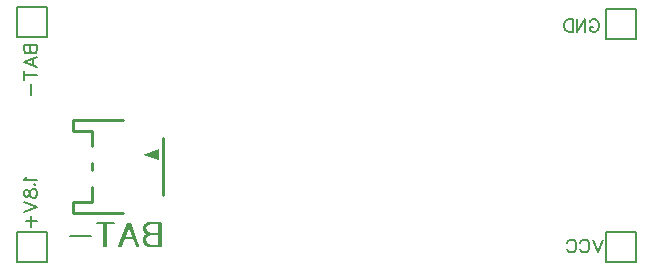
<source format=gbo>
G04 Layer: BottomSilkscreenLayer*
G04 EasyEDA v6.5.42, 2024-05-27 16:03:50*
G04 5a823164b2b14e8aa45e0a56d25f44cb,4b06660695a64fe3bf0f4e1e846abbee,10*
G04 Gerber Generator version 0.2*
G04 Scale: 100 percent, Rotated: No, Reflected: No *
G04 Dimensions in millimeters *
G04 leading zeros omitted , absolute positions ,4 integer and 5 decimal *
%FSLAX45Y45*%
%MOMM*%

%ADD10C,0.2032*%
%ADD11C,0.2030*%
%ADD12C,0.2540*%

%LPD*%
D10*
X2439962.0Y4263600.0D02*
G01*
X2549065.0Y4263600.0D01*
X2439962.0Y4263600.0D02*
G01*
X2439962.0Y4216841.0D01*
X2445156.0Y4201255.0D01*
X2450353.0Y4196058.0D01*
X2460744.0Y4190864.0D01*
X2471135.0Y4190864.0D01*
X2481526.0Y4196058.0D01*
X2486721.0Y4201255.0D01*
X2491917.0Y4216841.0D01*
X2491917.0Y4263600.0D02*
G01*
X2491917.0Y4216841.0D01*
X2497112.0Y4201255.0D01*
X2502306.0Y4196058.0D01*
X2512697.0Y4190864.0D01*
X2528285.0Y4190864.0D01*
X2538676.0Y4196058.0D01*
X2543871.0Y4201255.0D01*
X2549065.0Y4216841.0D01*
X2549065.0Y4263600.0D01*
X2439962.0Y4115010.0D02*
G01*
X2549065.0Y4156574.0D01*
X2439962.0Y4115010.0D02*
G01*
X2549065.0Y4073447.0D01*
X2512697.0Y4140986.0D02*
G01*
X2512697.0Y4089033.0D01*
X2439962.0Y4002787.0D02*
G01*
X2549065.0Y4002787.0D01*
X2439962.0Y4039157.0D02*
G01*
X2439962.0Y3966419.0D01*
X2502306.0Y3932129.0D02*
G01*
X2502306.0Y3838612.0D01*
X2460813.0Y3146000.0D02*
G01*
X2455479.0Y3135586.0D01*
X2439985.0Y3120093.0D01*
X2548950.0Y3120093.0D01*
X2523043.0Y3080469.0D02*
G01*
X2528377.0Y3085803.0D01*
X2533456.0Y3080469.0D01*
X2528377.0Y3075388.0D01*
X2523043.0Y3080469.0D01*
X2439985.0Y3015190.0D02*
G01*
X2445064.0Y3030685.0D01*
X2455479.0Y3035764.0D01*
X2465893.0Y3035764.0D01*
X2476306.0Y3030685.0D01*
X2481640.0Y3020270.0D01*
X2486721.0Y2999443.0D01*
X2491800.0Y2983948.0D01*
X2502214.0Y2973535.0D01*
X2512629.0Y2968200.0D01*
X2528377.0Y2968200.0D01*
X2538790.0Y2973535.0D01*
X2543871.0Y2978614.0D01*
X2548950.0Y2994362.0D01*
X2548950.0Y3015190.0D01*
X2543871.0Y3030685.0D01*
X2538790.0Y3035764.0D01*
X2528377.0Y3041098.0D01*
X2512629.0Y3041098.0D01*
X2502214.0Y3035764.0D01*
X2491800.0Y3025350.0D01*
X2486721.0Y3009856.0D01*
X2481640.0Y2989028.0D01*
X2476306.0Y2978614.0D01*
X2465893.0Y2973535.0D01*
X2455479.0Y2973535.0D01*
X2445064.0Y2978614.0D01*
X2439985.0Y2994362.0D01*
X2439985.0Y3015190.0D01*
X2439985.0Y2933911.0D02*
G01*
X2548950.0Y2892508.0D01*
X2439985.0Y2850853.0D02*
G01*
X2548950.0Y2892508.0D01*
X2455479.0Y2769827.0D02*
G01*
X2548950.0Y2769827.0D01*
X2502214.0Y2816562.0D02*
G01*
X2502214.0Y2723090.0D01*
X7227122.0Y4454607.0D02*
G01*
X7232456.0Y4465021.0D01*
X7242870.0Y4475435.0D01*
X7253029.0Y4480515.0D01*
X7273858.0Y4480515.0D01*
X7284272.0Y4475435.0D01*
X7294686.0Y4465021.0D01*
X7300020.0Y4454607.0D01*
X7305100.0Y4438860.0D01*
X7305100.0Y4412952.0D01*
X7300020.0Y4397457.0D01*
X7294686.0Y4387043.0D01*
X7284272.0Y4376629.0D01*
X7273858.0Y4371550.0D01*
X7253029.0Y4371550.0D01*
X7242870.0Y4376629.0D01*
X7232456.0Y4387043.0D01*
X7227122.0Y4397457.0D01*
X7227122.0Y4412952.0D01*
X7253029.0Y4412952.0D02*
G01*
X7227122.0Y4412952.0D01*
X7192831.0Y4480515.0D02*
G01*
X7192831.0Y4371550.0D01*
X7192831.0Y4480515.0D02*
G01*
X7120188.0Y4371550.0D01*
X7120188.0Y4480515.0D02*
G01*
X7120188.0Y4371550.0D01*
X7085897.0Y4480515.0D02*
G01*
X7085897.0Y4371550.0D01*
X7085897.0Y4480515.0D02*
G01*
X7049575.0Y4480515.0D01*
X7033827.0Y4475435.0D01*
X7023413.0Y4465021.0D01*
X7018334.0Y4454607.0D01*
X7013000.0Y4438860.0D01*
X7013000.0Y4412952.0D01*
X7018334.0Y4397457.0D01*
X7023413.0Y4387043.0D01*
X7033827.0Y4376629.0D01*
X7049575.0Y4371550.0D01*
X7085897.0Y4371550.0D01*
X7343200.0Y2613616.0D02*
G01*
X7301543.0Y2504650.0D01*
X7260141.0Y2613616.0D02*
G01*
X7301543.0Y2504650.0D01*
X7147874.0Y2587708.0D02*
G01*
X7152954.0Y2598122.0D01*
X7163368.0Y2608536.0D01*
X7173781.0Y2613616.0D01*
X7194609.0Y2613616.0D01*
X7205024.0Y2608536.0D01*
X7215438.0Y2598122.0D01*
X7220518.0Y2587708.0D01*
X7225852.0Y2571961.0D01*
X7225852.0Y2546053.0D01*
X7220518.0Y2530558.0D01*
X7215438.0Y2520144.0D01*
X7205024.0Y2509730.0D01*
X7194609.0Y2504650.0D01*
X7173781.0Y2504650.0D01*
X7163368.0Y2509730.0D01*
X7152954.0Y2520144.0D01*
X7147874.0Y2530558.0D01*
X7035606.0Y2587708.0D02*
G01*
X7040940.0Y2598122.0D01*
X7051100.0Y2608536.0D01*
X7061513.0Y2613616.0D01*
X7082341.0Y2613616.0D01*
X7092756.0Y2608536.0D01*
X7103170.0Y2598122.0D01*
X7108250.0Y2587708.0D01*
X7113584.0Y2571961.0D01*
X7113584.0Y2546053.0D01*
X7108250.0Y2530558.0D01*
X7103170.0Y2520144.0D01*
X7092756.0Y2509730.0D01*
X7082341.0Y2504650.0D01*
X7061513.0Y2504650.0D01*
X7051100.0Y2509730.0D01*
X7040940.0Y2520144.0D01*
X7035606.0Y2530558.0D01*
X3596700.0Y2754147.0D02*
G01*
X3596700.0Y2560185.0D01*
X3596700.0Y2754147.0D02*
G01*
X3513574.0Y2754147.0D01*
X3485865.0Y2744912.0D01*
X3476627.0Y2735676.0D01*
X3467392.0Y2717203.0D01*
X3467392.0Y2698729.0D01*
X3476627.0Y2680256.0D01*
X3485865.0Y2671020.0D01*
X3513574.0Y2661785.0D01*
X3596700.0Y2661785.0D02*
G01*
X3513574.0Y2661785.0D01*
X3485865.0Y2652547.0D01*
X3476627.0Y2643312.0D01*
X3467392.0Y2624838.0D01*
X3467392.0Y2597129.0D01*
X3476627.0Y2578656.0D01*
X3485865.0Y2569420.0D01*
X3513574.0Y2560185.0D01*
X3596700.0Y2560185.0D01*
X3332540.0Y2754147.0D02*
G01*
X3406432.0Y2560185.0D01*
X3332540.0Y2754147.0D02*
G01*
X3258649.0Y2560185.0D01*
X3378723.0Y2624838.0D02*
G01*
X3286358.0Y2624838.0D01*
X3133036.0Y2754147.0D02*
G01*
X3133036.0Y2560185.0D01*
X3197689.0Y2754147.0D02*
G01*
X3068380.0Y2754147.0D01*
X3007421.0Y2643312.0D02*
G01*
X2841165.0Y2643312.0D01*
X3584000.0Y2754147.0D02*
G01*
X3584000.0Y2560185.0D01*
X3584000.0Y2754147.0D02*
G01*
X3500874.0Y2754147.0D01*
X3473165.0Y2744912.0D01*
X3463927.0Y2735676.0D01*
X3454692.0Y2717203.0D01*
X3454692.0Y2698729.0D01*
X3463927.0Y2680256.0D01*
X3473165.0Y2671020.0D01*
X3500874.0Y2661785.0D01*
X3584000.0Y2661785.0D02*
G01*
X3500874.0Y2661785.0D01*
X3473165.0Y2652547.0D01*
X3463927.0Y2643312.0D01*
X3454692.0Y2624838.0D01*
X3454692.0Y2597129.0D01*
X3463927.0Y2578656.0D01*
X3473165.0Y2569420.0D01*
X3500874.0Y2560185.0D01*
X3584000.0Y2560185.0D01*
X3319840.0Y2754147.0D02*
G01*
X3393732.0Y2560185.0D01*
X3319840.0Y2754147.0D02*
G01*
X3245949.0Y2560185.0D01*
X3366023.0Y2624838.0D02*
G01*
X3273658.0Y2624838.0D01*
X3120336.0Y2754147.0D02*
G01*
X3120336.0Y2560185.0D01*
X3184989.0Y2754147.0D02*
G01*
X3055680.0Y2754147.0D01*
X2994721.0Y2643312.0D02*
G01*
X2828465.0Y2643312.0D01*
G36*
X3585118.0Y3383287.0D02*
G01*
X3445113.0Y3333300.0D01*
X3585118.0Y3283313.0D01*
G37*
X7368600.0Y2422100.0D02*
G01*
X7622600.0Y2422100.0D01*
X7622600.0Y2676100.0D01*
X7368600.0Y2676100.0D01*
X7368600.0Y2485600.0D01*
D11*
X7368600.0Y2422100.0D02*
G01*
X7368600.0Y2485600.0D01*
D10*
X7368600.0Y4314400.0D02*
G01*
X7622600.0Y4314400.0D01*
X7622600.0Y4568400.0D01*
X7368600.0Y4568400.0D01*
X7368600.0Y4377900.0D01*
D11*
X7368600.0Y4314400.0D02*
G01*
X7368600.0Y4377900.0D01*
D10*
X2377500.0Y2420500.0D02*
G01*
X2631500.0Y2420500.0D01*
X2631500.0Y2674500.0D01*
X2377500.0Y2674500.0D01*
X2377500.0Y2484000.0D01*
D11*
X2377500.0Y2420500.0D02*
G01*
X2377500.0Y2484000.0D01*
D10*
X2377500.0Y4327100.0D02*
G01*
X2631500.0Y4327100.0D01*
X2631500.0Y4581100.0D01*
X2377500.0Y4581100.0D01*
X2377500.0Y4390600.0D01*
D11*
X2377500.0Y4327100.0D02*
G01*
X2377500.0Y4390600.0D01*
D12*
X3012704.0Y3406528.0D02*
G01*
X3012704.0Y3533274.0D01*
X2855224.0Y3533274.0D01*
X2855224.0Y3628270.0D01*
X3012600.0Y3206414.0D02*
G01*
X3012600.0Y3260186.0D01*
X2855102.0Y2838300.0D02*
G01*
X2855102.0Y2933301.0D01*
X3012600.0Y2933301.0D01*
X3012600.0Y3060187.0D01*
X2855102.0Y2838300.0D02*
G01*
X3276983.0Y2838300.0D01*
X3615100.0Y2993301.0D02*
G01*
X3615100.0Y3473300.0D01*
X2855102.0Y3628301.0D02*
G01*
X3276983.0Y3628301.0D01*
M02*

</source>
